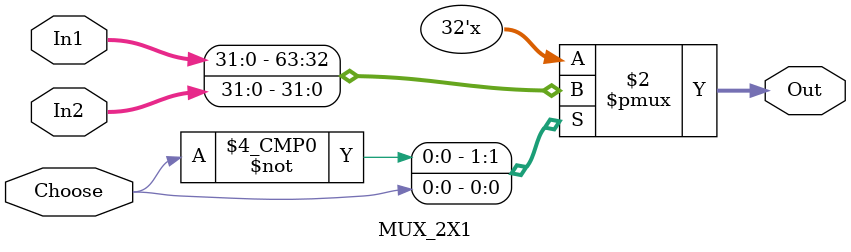
<source format=v>
`timescale 1ns / 1ps


module MUX_2X1
#(parameter n = 32)
(
    input [n-1:0] In1,
    input [n-1:0] In2, 
    input Choose, 
    output reg [n-1:0] Out
);

    always @(*)
    begin
        case(Choose)
            1'b0: Out = In1;
            1'b1: Out = In2;
        endcase
    end
endmodule

</source>
